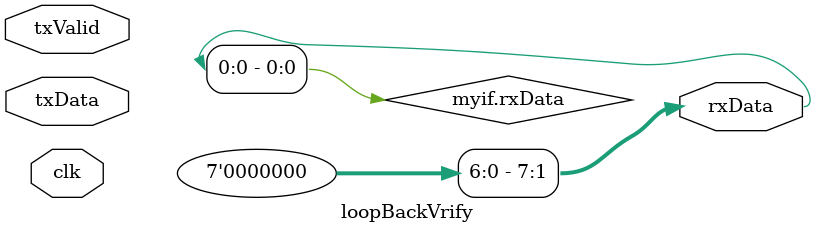
<source format=sv>
`timescale 1ns / 1ps


module loopBackVrify(
    input clk,    txValid,
    input [7:0]   txData, 
    output [7:0]  rxData
);
    logic rxSerial;

    ifa myif(clk);

    assign myif.rxSerial = rxSerial;
    assign rxData = myif.rxData;

    rxD receiver(
       .myif
    );

    TxD transmitter(
        .clk, 
        .txValid,
        .txData,
        .txSerial(rxSerial)
    );
endmodule

</source>
